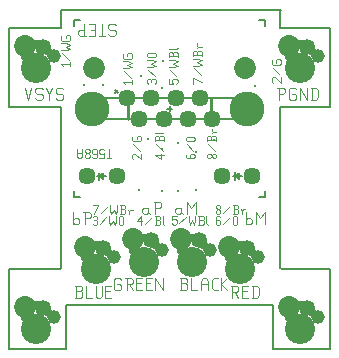
<source format=gbr>
G04 This is an RS-274x file exported by *
G04 gerbv version 2.7.0 *
G04 More information is available about gerbv at *
G04 http://gerbv.geda-project.org/ *
G04 --End of header info--*
%MOIN*%
%FSLAX36Y36*%
%IPPOS*%
G04 --Define apertures--*
%ADD10C,0.0060*%
%ADD11C,0.0030*%
%ADD12C,0.0040*%
%ADD13C,0.0250*%
%ADD14C,0.0100*%
%ADD15C,0.1005*%
%ADD16C,0.0729*%
%ADD17C,0.0532*%
%ADD18C,0.0454*%
%ADD19C,0.1162*%
%ADD20C,0.0572*%
%ADD21C,0.0790*%
%ADD22C,0.0490*%
%ADD23C,0.0300*%
%ADD24C,0.0200*%
%ADD25C,0.0510*%
%ADD26C,0.0940*%
%ADD27C,0.0350*%
%ADD28C,0.0130*%
G04 --Start main section--*
G54D10*
G01X0512040Y0980430D02*
G01X0496290Y0964690D01*
G01X0512040Y0964690D02*
G01X0496290Y0980430D01*
G54D11*
G01X0653430Y0578220D02*
G01X0668430Y0578220D01*
G01X0653430Y0578220D02*
G01X0653430Y0563220D01*
G01X0653430Y0563220D02*
G01X0657180Y0566970D01*
G01X0657180Y0566970D02*
G01X0664680Y0566970D01*
G01X0664680Y0566970D02*
G01X0668430Y0563220D01*
G01X0668430Y0563220D02*
G01X0668430Y0551970D01*
G01X0664680Y0548220D02*
G01X0668430Y0551970D01*
G01X0657180Y0548220D02*
G01X0664680Y0548220D01*
G01X0653430Y0551970D02*
G01X0657180Y0548220D01*
G01X0677430Y0551970D02*
G01X0699930Y0574470D01*
G01X0708930Y0578220D02*
G01X0708930Y0563220D01*
G01X0708930Y0563220D02*
G01X0712680Y0548220D01*
G01X0712680Y0548220D02*
G01X0720180Y0563220D01*
G01X0720180Y0563220D02*
G01X0727680Y0548220D01*
G01X0727680Y0548220D02*
G01X0731430Y0563220D01*
G01X0731430Y0578220D02*
G01X0731430Y0563220D01*
G01X0740430Y0548220D02*
G01X0755430Y0548220D01*
G01X0755430Y0548220D02*
G01X0759180Y0551970D01*
G01X0759180Y0560970D02*
G01X0759180Y0551970D01*
G01X0755430Y0564720D02*
G01X0759180Y0560970D01*
G01X0744180Y0564720D02*
G01X0755430Y0564720D01*
G01X0744180Y0578220D02*
G01X0744180Y0548220D01*
G01X0740430Y0578220D02*
G01X0755430Y0578220D01*
G01X0755430Y0578220D02*
G01X0759180Y0574470D01*
G01X0759180Y0574470D02*
G01X0759180Y0568470D01*
G01X0755430Y0564720D02*
G01X0759180Y0568470D01*
G01X0768180Y0578220D02*
G01X0768180Y0551970D01*
G01X0768180Y0551970D02*
G01X0771930Y0548220D01*
G54D12*
G01X0680000Y0605000D02*
G01X0685000Y0600000D01*
G01X0670000Y0605000D02*
G01X0680000Y0605000D01*
G01X0665000Y0600000D02*
G01X0670000Y0605000D01*
G01X0665000Y0600000D02*
G01X0665000Y0590000D01*
G01X0665000Y0590000D02*
G01X0670000Y0585000D01*
G01X0685000Y0605000D02*
G01X0685000Y0590000D01*
G01X0685000Y0590000D02*
G01X0690000Y0585000D01*
G01X0670000Y0585000D02*
G01X0680000Y0585000D01*
G01X0680000Y0585000D02*
G01X0685000Y0590000D01*
G01X0702000Y0625000D02*
G01X0702000Y0585000D01*
G01X0702000Y0625000D02*
G01X0717000Y0605000D01*
G01X0717000Y0605000D02*
G01X0732000Y0625000D01*
G01X0732000Y0625000D02*
G01X0732000Y0585000D01*
G54D11*
G01X0524080Y0766060D02*
G01X0520330Y0769810D01*
G01X0520330Y0781060D02*
G01X0520330Y0769810D01*
G01X0520330Y0781060D02*
G01X0524080Y0784810D01*
G01X0524080Y0784810D02*
G01X0531580Y0784810D01*
G01X0550330Y0766060D02*
G01X0531580Y0784810D01*
G01X0550330Y0784810D02*
G01X0550330Y0766060D01*
G01X0546580Y0793810D02*
G01X0524080Y0816310D01*
G01X0520330Y0840310D02*
G01X0524080Y0844060D01*
G01X0520330Y0840310D02*
G01X0520330Y0829060D01*
G01X0524080Y0825310D02*
G01X0520330Y0829060D01*
G01X0524080Y0825310D02*
G01X0546580Y0825310D01*
G01X0546580Y0825310D02*
G01X0550330Y0829060D01*
G01X0550330Y0840310D02*
G01X0550330Y0829060D01*
G01X0550330Y0840310D02*
G01X0546580Y0844060D01*
G01X0539080Y0844060D02*
G01X0546580Y0844060D01*
G01X0535330Y0840310D02*
G01X0539080Y0844060D01*
G01X0535330Y0840310D02*
G01X0535330Y0832810D01*
G01X0435430Y0771000D02*
G01X0450430Y0771000D01*
G01X0442930Y0801000D02*
G01X0442930Y0771000D01*
G01X0411430Y0771000D02*
G01X0426430Y0771000D01*
G01X0426430Y0786000D02*
G01X0426430Y0771000D01*
G01X0426430Y0786000D02*
G01X0422680Y0782250D01*
G01X0415180Y0782250D02*
G01X0422680Y0782250D01*
G01X0415180Y0782250D02*
G01X0411430Y0786000D01*
G01X0411430Y0797250D02*
G01X0411430Y0786000D01*
G01X0415180Y0801000D02*
G01X0411430Y0797250D01*
G01X0415180Y0801000D02*
G01X0422680Y0801000D01*
G01X0426430Y0797250D02*
G01X0422680Y0801000D01*
G01X0391180Y0771000D02*
G01X0387430Y0774750D01*
G01X0391180Y0771000D02*
G01X0398680Y0771000D01*
G01X0402430Y0774750D02*
G01X0398680Y0771000D01*
G01X0402430Y0797250D02*
G01X0402430Y0774750D01*
G01X0402430Y0797250D02*
G01X0398680Y0801000D01*
G01X0391180Y0784500D02*
G01X0387430Y0788250D01*
G01X0391180Y0784500D02*
G01X0402430Y0784500D01*
G01X0391180Y0801000D02*
G01X0398680Y0801000D01*
G01X0391180Y0801000D02*
G01X0387430Y0797250D01*
G01X0387430Y0797250D02*
G01X0387430Y0788250D01*
G01X0378430Y0797250D02*
G01X0374680Y0801000D01*
G01X0378430Y0797250D02*
G01X0378430Y0791250D01*
G01X0378430Y0791250D02*
G01X0373180Y0786000D01*
G01X0368680Y0786000D02*
G01X0373180Y0786000D01*
G01X0368680Y0786000D02*
G01X0363430Y0791250D01*
G01X0363430Y0797250D02*
G01X0363430Y0791250D01*
G01X0367180Y0801000D02*
G01X0363430Y0797250D01*
G01X0367180Y0801000D02*
G01X0374680Y0801000D01*
G01X0378430Y0780750D02*
G01X0373180Y0786000D01*
G01X0378430Y0780750D02*
G01X0378430Y0774750D01*
G01X0378430Y0774750D02*
G01X0374680Y0771000D01*
G01X0367180Y0771000D02*
G01X0374680Y0771000D01*
G01X0367180Y0771000D02*
G01X0363430Y0774750D01*
G01X0363430Y0780750D02*
G01X0363430Y0774750D01*
G01X0368680Y0786000D02*
G01X0363430Y0780750D01*
G01X0354430Y0801000D02*
G01X0354430Y0778500D01*
G01X0354430Y0778500D02*
G01X0349180Y0771000D01*
G01X0340930Y0771000D02*
G01X0349180Y0771000D01*
G01X0340930Y0771000D02*
G01X0335680Y0778500D01*
G01X0335680Y0801000D02*
G01X0335680Y0778500D01*
G01X0335680Y0786000D02*
G01X0354430Y0786000D01*
G01X0536060Y0559350D02*
G01X0551060Y0578100D01*
G01X0536060Y0559350D02*
G01X0554810Y0559350D01*
G01X0551060Y0578100D02*
G01X0551060Y0548100D01*
G01X0563810Y0551850D02*
G01X0586310Y0574350D01*
G01X0595310Y0548100D02*
G01X0610310Y0548100D01*
G01X0610310Y0548100D02*
G01X0614060Y0551850D01*
G01X0614060Y0560850D02*
G01X0614060Y0551850D01*
G01X0610310Y0564600D02*
G01X0614060Y0560850D01*
G01X0599060Y0564600D02*
G01X0610310Y0564600D01*
G01X0599060Y0578100D02*
G01X0599060Y0548100D01*
G01X0595310Y0578100D02*
G01X0610310Y0578100D01*
G01X0610310Y0578100D02*
G01X0614060Y0574350D01*
G01X0614060Y0574350D02*
G01X0614060Y0568350D01*
G01X0610310Y0564600D02*
G01X0614060Y0568350D01*
G01X0623060Y0578100D02*
G01X0623060Y0551850D01*
G01X0623060Y0551850D02*
G01X0626810Y0548100D01*
G54D12*
G01X0570000Y0605000D02*
G01X0575000Y0600000D01*
G01X0560000Y0605000D02*
G01X0570000Y0605000D01*
G01X0555000Y0600000D02*
G01X0560000Y0605000D01*
G01X0555000Y0600000D02*
G01X0555000Y0590000D01*
G01X0555000Y0590000D02*
G01X0560000Y0585000D01*
G01X0575000Y0605000D02*
G01X0575000Y0590000D01*
G01X0575000Y0590000D02*
G01X0580000Y0585000D01*
G01X0560000Y0585000D02*
G01X0570000Y0585000D01*
G01X0570000Y0585000D02*
G01X0575000Y0590000D01*
G01X0597000Y0625000D02*
G01X0597000Y0585000D01*
G01X0592000Y0625000D02*
G01X0612000Y0625000D01*
G01X0612000Y0625000D02*
G01X0617000Y0620000D01*
G01X0617000Y0620000D02*
G01X0617000Y0610000D01*
G01X0612000Y0605000D02*
G01X0617000Y0610000D01*
G01X0597000Y0605000D02*
G01X0612000Y0605000D01*
G01X0325000Y0590000D02*
G01X0325000Y0550000D01*
G01X0325000Y0555000D02*
G01X0330000Y0550000D01*
G01X0330000Y0550000D02*
G01X0340000Y0550000D01*
G01X0340000Y0550000D02*
G01X0345000Y0555000D01*
G01X0345000Y0565000D02*
G01X0345000Y0555000D01*
G01X0340000Y0570000D02*
G01X0345000Y0565000D01*
G01X0330000Y0570000D02*
G01X0340000Y0570000D01*
G01X0325000Y0565000D02*
G01X0330000Y0570000D01*
G01X0362000Y0590000D02*
G01X0362000Y0550000D01*
G01X0357000Y0590000D02*
G01X0377000Y0590000D01*
G01X0377000Y0590000D02*
G01X0382000Y0585000D01*
G01X0382000Y0585000D02*
G01X0382000Y0575000D01*
G01X0377000Y0570000D02*
G01X0382000Y0575000D01*
G01X0362000Y0570000D02*
G01X0377000Y0570000D01*
G54D11*
G01X0388430Y0572100D02*
G01X0392180Y0575850D01*
G01X0392180Y0575850D02*
G01X0399680Y0575850D01*
G01X0399680Y0575850D02*
G01X0403430Y0572100D01*
G01X0399680Y0545850D02*
G01X0403430Y0549600D01*
G01X0392180Y0545850D02*
G01X0399680Y0545850D01*
G01X0388430Y0549600D02*
G01X0392180Y0545850D01*
G01X0392180Y0562350D02*
G01X0399680Y0562350D01*
G01X0403430Y0572100D02*
G01X0403430Y0566100D01*
G01X0403430Y0558600D02*
G01X0403430Y0549600D01*
G01X0403430Y0558600D02*
G01X0399680Y0562350D01*
G01X0403430Y0566100D02*
G01X0399680Y0562350D01*
G01X0412430Y0549600D02*
G01X0434930Y0572100D01*
G01X0443930Y0575850D02*
G01X0443930Y0560850D01*
G01X0443930Y0560850D02*
G01X0447680Y0545850D01*
G01X0447680Y0545850D02*
G01X0455180Y0560850D01*
G01X0455180Y0560850D02*
G01X0462680Y0545850D01*
G01X0462680Y0545850D02*
G01X0466430Y0560850D01*
G01X0466430Y0575850D02*
G01X0466430Y0560850D01*
G01X0475430Y0572100D02*
G01X0475430Y0549600D01*
G01X0475430Y0572100D02*
G01X0479180Y0575850D01*
G01X0479180Y0575850D02*
G01X0486680Y0575850D01*
G01X0486680Y0575850D02*
G01X0490430Y0572100D01*
G01X0490430Y0572100D02*
G01X0490430Y0549600D01*
G01X0486680Y0545850D02*
G01X0490430Y0549600D01*
G01X0479180Y0545850D02*
G01X0486680Y0545850D01*
G01X0475430Y0549600D02*
G01X0479180Y0545850D01*
G01X0392180Y0582700D02*
G01X0407180Y0612700D01*
G01X0388430Y0612700D02*
G01X0407180Y0612700D01*
G01X0416180Y0586450D02*
G01X0438680Y0608950D01*
G01X0447680Y0612700D02*
G01X0447680Y0597700D01*
G01X0447680Y0597700D02*
G01X0451430Y0582700D01*
G01X0451430Y0582700D02*
G01X0458930Y0597700D01*
G01X0458930Y0597700D02*
G01X0466430Y0582700D01*
G01X0466430Y0582700D02*
G01X0470180Y0597700D01*
G01X0470180Y0612700D02*
G01X0470180Y0597700D01*
G01X0479180Y0582700D02*
G01X0494180Y0582700D01*
G01X0494180Y0582700D02*
G01X0497930Y0586450D01*
G01X0497930Y0595450D02*
G01X0497930Y0586450D01*
G01X0494180Y0599200D02*
G01X0497930Y0595450D01*
G01X0482930Y0599200D02*
G01X0494180Y0599200D01*
G01X0482930Y0612700D02*
G01X0482930Y0582700D01*
G01X0479180Y0612700D02*
G01X0494180Y0612700D01*
G01X0494180Y0612700D02*
G01X0497930Y0608950D01*
G01X0497930Y0608950D02*
G01X0497930Y0602950D01*
G01X0494180Y0599200D02*
G01X0497930Y0602950D01*
G01X0510680Y0593950D02*
G01X0510680Y0582700D01*
G01X0510680Y0593950D02*
G01X0514430Y0597700D01*
G01X0514430Y0597700D02*
G01X0521930Y0597700D01*
G01X0506930Y0597700D02*
G01X0510680Y0593950D01*
G54D12*
G01X0900000Y0590000D02*
G01X0900000Y0550000D01*
G01X0900000Y0555000D02*
G01X0905000Y0550000D01*
G01X0905000Y0550000D02*
G01X0915000Y0550000D01*
G01X0915000Y0550000D02*
G01X0920000Y0555000D01*
G01X0920000Y0565000D02*
G01X0920000Y0555000D01*
G01X0915000Y0570000D02*
G01X0920000Y0565000D01*
G01X0905000Y0570000D02*
G01X0915000Y0570000D01*
G01X0900000Y0565000D02*
G01X0905000Y0570000D01*
G01X0932000Y0590000D02*
G01X0932000Y0550000D01*
G01X0932000Y0590000D02*
G01X0947000Y0570000D01*
G01X0947000Y0570000D02*
G01X0962000Y0590000D01*
G01X0962000Y0590000D02*
G01X0962000Y0550000D01*
G54D11*
G01X0811250Y0576520D02*
G01X0815000Y0572770D01*
G01X0803750Y0576520D02*
G01X0811250Y0576520D01*
G01X0800000Y0572770D02*
G01X0803750Y0576520D01*
G01X0800000Y0572770D02*
G01X0800000Y0550270D01*
G01X0800000Y0550270D02*
G01X0803750Y0546520D01*
G01X0811250Y0563020D02*
G01X0815000Y0559270D01*
G01X0800000Y0563020D02*
G01X0811250Y0563020D01*
G01X0803750Y0546520D02*
G01X0811250Y0546520D01*
G01X0811250Y0546520D02*
G01X0815000Y0550270D01*
G01X0815000Y0559270D02*
G01X0815000Y0550270D01*
G01X0824000Y0550270D02*
G01X0846500Y0572770D01*
G01X0855500Y0572770D02*
G01X0855500Y0550270D01*
G01X0855500Y0572770D02*
G01X0859250Y0576520D01*
G01X0859250Y0576520D02*
G01X0866750Y0576520D01*
G01X0866750Y0576520D02*
G01X0870500Y0572770D01*
G01X0870500Y0572770D02*
G01X0870500Y0550270D01*
G01X0866750Y0546520D02*
G01X0870500Y0550270D01*
G01X0859250Y0546520D02*
G01X0866750Y0546520D01*
G01X0855500Y0550270D02*
G01X0859250Y0546520D01*
G01X0800000Y0587640D02*
G01X0803750Y0583890D01*
G01X0800000Y0593640D02*
G01X0800000Y0587640D01*
G01X0800000Y0593640D02*
G01X0805250Y0598890D01*
G01X0805250Y0598890D02*
G01X0809750Y0598890D01*
G01X0809750Y0598890D02*
G01X0815000Y0593640D01*
G01X0815000Y0593640D02*
G01X0815000Y0587640D01*
G01X0811250Y0583890D02*
G01X0815000Y0587640D01*
G01X0803750Y0583890D02*
G01X0811250Y0583890D01*
G01X0800000Y0604140D02*
G01X0805250Y0598890D01*
G01X0800000Y0610140D02*
G01X0800000Y0604140D01*
G01X0800000Y0610140D02*
G01X0803750Y0613890D01*
G01X0803750Y0613890D02*
G01X0811250Y0613890D01*
G01X0811250Y0613890D02*
G01X0815000Y0610140D01*
G01X0815000Y0610140D02*
G01X0815000Y0604140D01*
G01X0809750Y0598890D02*
G01X0815000Y0604140D01*
G01X0824000Y0587640D02*
G01X0846500Y0610140D01*
G01X0855500Y0583890D02*
G01X0870500Y0583890D01*
G01X0870500Y0583890D02*
G01X0874250Y0587640D01*
G01X0874250Y0596640D02*
G01X0874250Y0587640D01*
G01X0870500Y0600390D02*
G01X0874250Y0596640D01*
G01X0859250Y0600390D02*
G01X0870500Y0600390D01*
G01X0859250Y0613890D02*
G01X0859250Y0583890D01*
G01X0855500Y0613890D02*
G01X0870500Y0613890D01*
G01X0870500Y0613890D02*
G01X0874250Y0610140D01*
G01X0874250Y0610140D02*
G01X0874250Y0604140D01*
G01X0870500Y0600390D02*
G01X0874250Y0604140D01*
G01X0887000Y0595140D02*
G01X0887000Y0583890D01*
G01X0887000Y0595140D02*
G01X0890750Y0598890D01*
G01X0890750Y0598890D02*
G01X0898250Y0598890D01*
G01X0883250Y0598890D02*
G01X0887000Y0595140D01*
G01X0797360Y0770000D02*
G01X0801110Y0773750D01*
G01X0791360Y0770000D02*
G01X0797360Y0770000D01*
G01X0791360Y0770000D02*
G01X0786110Y0775250D01*
G01X0786110Y0779750D02*
G01X0786110Y0775250D01*
G01X0786110Y0779750D02*
G01X0791360Y0785000D01*
G01X0791360Y0785000D02*
G01X0797360Y0785000D01*
G01X0801110Y0781250D02*
G01X0797360Y0785000D01*
G01X0801110Y0781250D02*
G01X0801110Y0773750D01*
G01X0780860Y0770000D02*
G01X0786110Y0775250D01*
G01X0774860Y0770000D02*
G01X0780860Y0770000D01*
G01X0774860Y0770000D02*
G01X0771110Y0773750D01*
G01X0771110Y0781250D02*
G01X0771110Y0773750D01*
G01X0771110Y0781250D02*
G01X0774860Y0785000D01*
G01X0774860Y0785000D02*
G01X0780860Y0785000D01*
G01X0786110Y0779750D02*
G01X0780860Y0785000D01*
G01X0797360Y0794000D02*
G01X0774860Y0816500D01*
G01X0801110Y0840500D02*
G01X0801110Y0825500D01*
G01X0801110Y0840500D02*
G01X0797360Y0844250D01*
G01X0788360Y0844250D02*
G01X0797360Y0844250D01*
G01X0784610Y0840500D02*
G01X0788360Y0844250D01*
G01X0784610Y0840500D02*
G01X0784610Y0829250D01*
G01X0771110Y0829250D02*
G01X0801110Y0829250D01*
G01X0771110Y0840500D02*
G01X0771110Y0825500D01*
G01X0771110Y0840500D02*
G01X0774860Y0844250D01*
G01X0774860Y0844250D02*
G01X0780860Y0844250D01*
G01X0784610Y0840500D02*
G01X0780860Y0844250D01*
G01X0789860Y0857000D02*
G01X0801110Y0857000D01*
G01X0789860Y0857000D02*
G01X0786110Y0860750D01*
G01X0786110Y0868250D02*
G01X0786110Y0860750D01*
G01X0786110Y0853250D02*
G01X0789860Y0857000D01*
G01X0752300Y1022180D02*
G01X0722300Y1037180D01*
G01X0722300Y1037180D02*
G01X0722300Y1018430D01*
G01X0748550Y1046180D02*
G01X0726050Y1068680D01*
G01X0722300Y1077680D02*
G01X0737300Y1077680D01*
G01X0737300Y1077680D02*
G01X0752300Y1081430D01*
G01X0752300Y1081430D02*
G01X0737300Y1088930D01*
G01X0737300Y1088930D02*
G01X0752300Y1096430D01*
G01X0752300Y1096430D02*
G01X0737300Y1100180D01*
G01X0722300Y1100180D02*
G01X0737300Y1100180D01*
G01X0752300Y1124180D02*
G01X0752300Y1109180D01*
G01X0752300Y1124180D02*
G01X0748550Y1127930D01*
G01X0739550Y1127930D02*
G01X0748550Y1127930D01*
G01X0735800Y1124180D02*
G01X0739550Y1127930D01*
G01X0735800Y1124180D02*
G01X0735800Y1112930D01*
G01X0722300Y1112930D02*
G01X0752300Y1112930D01*
G01X0722300Y1124180D02*
G01X0722300Y1109180D01*
G01X0722300Y1124180D02*
G01X0726050Y1127930D01*
G01X0726050Y1127930D02*
G01X0732050Y1127930D01*
G01X0735800Y1124180D02*
G01X0732050Y1127930D01*
G01X0741050Y1140680D02*
G01X0752300Y1140680D01*
G01X0741050Y1140680D02*
G01X0737300Y1144430D01*
G01X0737300Y1151930D02*
G01X0737300Y1144430D01*
G01X0737300Y1136930D02*
G01X0741050Y1140680D01*
G01X0698480Y0781250D02*
G01X0702230Y0785000D01*
G01X0698480Y0781250D02*
G01X0698480Y0773750D01*
G01X0702230Y0770000D02*
G01X0698480Y0773750D01*
G01X0702230Y0770000D02*
G01X0724730Y0770000D01*
G01X0724730Y0770000D02*
G01X0728480Y0773750D01*
G01X0711980Y0781250D02*
G01X0715730Y0785000D01*
G01X0711980Y0781250D02*
G01X0711980Y0770000D01*
G01X0728480Y0781250D02*
G01X0728480Y0773750D01*
G01X0728480Y0781250D02*
G01X0724730Y0785000D01*
G01X0715730Y0785000D02*
G01X0724730Y0785000D01*
G01X0724730Y0794000D02*
G01X0702230Y0816500D01*
G01X0702230Y0825500D02*
G01X0724730Y0825500D01*
G01X0702230Y0825500D02*
G01X0698480Y0829250D01*
G01X0698480Y0836750D02*
G01X0698480Y0829250D01*
G01X0698480Y0836750D02*
G01X0702230Y0840500D01*
G01X0702230Y0840500D02*
G01X0724730Y0840500D01*
G01X0728480Y0836750D02*
G01X0724730Y0840500D01*
G01X0728480Y0836750D02*
G01X0728480Y0829250D01*
G01X0724730Y0825500D02*
G01X0728480Y0829250D01*
G01X0641780Y1033430D02*
G01X0641780Y1018430D01*
G01X0641780Y1018430D02*
G01X0656780Y1018430D01*
G01X0656780Y1018430D02*
G01X0653030Y1022180D01*
G01X0653030Y1029680D02*
G01X0653030Y1022180D01*
G01X0653030Y1029680D02*
G01X0656780Y1033430D01*
G01X0656780Y1033430D02*
G01X0668030Y1033430D01*
G01X0671780Y1029680D02*
G01X0668030Y1033430D01*
G01X0671780Y1029680D02*
G01X0671780Y1022180D01*
G01X0668030Y1018430D02*
G01X0671780Y1022180D01*
G01X0668030Y1042430D02*
G01X0645530Y1064930D01*
G01X0641780Y1073930D02*
G01X0656780Y1073930D01*
G01X0656780Y1073930D02*
G01X0671780Y1077680D01*
G01X0671780Y1077680D02*
G01X0656780Y1085180D01*
G01X0656780Y1085180D02*
G01X0671780Y1092680D01*
G01X0671780Y1092680D02*
G01X0656780Y1096430D01*
G01X0641780Y1096430D02*
G01X0656780Y1096430D01*
G01X0671780Y1120430D02*
G01X0671780Y1105430D01*
G01X0671780Y1120430D02*
G01X0668030Y1124180D01*
G01X0659030Y1124180D02*
G01X0668030Y1124180D01*
G01X0655280Y1120430D02*
G01X0659030Y1124180D01*
G01X0655280Y1120430D02*
G01X0655280Y1109180D01*
G01X0641780Y1109180D02*
G01X0671780Y1109180D01*
G01X0641780Y1120430D02*
G01X0641780Y1105430D01*
G01X0641780Y1120430D02*
G01X0645530Y1124180D01*
G01X0645530Y1124180D02*
G01X0651530Y1124180D01*
G01X0655280Y1120430D02*
G01X0651530Y1124180D01*
G01X0641780Y1133180D02*
G01X0668030Y1133180D01*
G01X0668030Y1133180D02*
G01X0671780Y1136930D01*
G01X0615650Y0766060D02*
G01X0596900Y0781060D01*
G01X0615650Y0784810D02*
G01X0615650Y0766060D01*
G01X0596900Y0781060D02*
G01X0626900Y0781060D01*
G01X0623150Y0793810D02*
G01X0600650Y0816310D01*
G01X0626900Y0840310D02*
G01X0626900Y0825310D01*
G01X0626900Y0840310D02*
G01X0623150Y0844060D01*
G01X0614150Y0844060D02*
G01X0623150Y0844060D01*
G01X0610400Y0840310D02*
G01X0614150Y0844060D01*
G01X0610400Y0840310D02*
G01X0610400Y0829060D01*
G01X0596900Y0829060D02*
G01X0626900Y0829060D01*
G01X0596900Y0840310D02*
G01X0596900Y0825310D01*
G01X0596900Y0840310D02*
G01X0600650Y0844060D01*
G01X0600650Y0844060D02*
G01X0606650Y0844060D01*
G01X0610400Y0840310D02*
G01X0606650Y0844060D01*
G01X0596900Y0853060D02*
G01X0623150Y0853060D01*
G01X0623150Y0853060D02*
G01X0626900Y0856810D01*
G01X0572900Y1018430D02*
G01X0569150Y1022180D01*
G01X0569150Y1029680D02*
G01X0569150Y1022180D01*
G01X0569150Y1029680D02*
G01X0572900Y1033430D01*
G01X0599150Y1029680D02*
G01X0595400Y1033430D01*
G01X0599150Y1029680D02*
G01X0599150Y1022180D01*
G01X0595400Y1018430D02*
G01X0599150Y1022180D01*
G01X0582650Y1029680D02*
G01X0582650Y1022180D01*
G01X0572900Y1033430D02*
G01X0578900Y1033430D01*
G01X0586400Y1033430D02*
G01X0595400Y1033430D01*
G01X0586400Y1033430D02*
G01X0582650Y1029680D01*
G01X0578900Y1033430D02*
G01X0582650Y1029680D01*
G01X0595400Y1042430D02*
G01X0572900Y1064930D01*
G01X0569150Y1073930D02*
G01X0584150Y1073930D01*
G01X0584150Y1073930D02*
G01X0599150Y1077680D01*
G01X0599150Y1077680D02*
G01X0584150Y1085180D01*
G01X0584150Y1085180D02*
G01X0599150Y1092680D01*
G01X0599150Y1092680D02*
G01X0584150Y1096430D01*
G01X0569150Y1096430D02*
G01X0584150Y1096430D01*
G01X0572900Y1105430D02*
G01X0595400Y1105430D01*
G01X0572900Y1105430D02*
G01X0569150Y1109180D01*
G01X0569150Y1116680D02*
G01X0569150Y1109180D01*
G01X0569150Y1116680D02*
G01X0572900Y1120430D01*
G01X0572900Y1120430D02*
G01X0595400Y1120430D01*
G01X0599150Y1116680D02*
G01X0595400Y1120430D01*
G01X0599150Y1116680D02*
G01X0599150Y1109180D01*
G01X0595400Y1105430D02*
G01X0599150Y1109180D01*
G01X0989080Y1021060D02*
G01X0985330Y1024810D01*
G01X0985330Y1036060D02*
G01X0985330Y1024810D01*
G01X0985330Y1036060D02*
G01X0989080Y1039810D01*
G01X0989080Y1039810D02*
G01X0996580Y1039810D01*
G01X1015330Y1021060D02*
G01X0996580Y1039810D01*
G01X1015330Y1039810D02*
G01X1015330Y1021060D01*
G01X1011580Y1048810D02*
G01X0989080Y1071310D01*
G01X0985330Y1095310D02*
G01X0989080Y1099060D01*
G01X0985330Y1095310D02*
G01X0985330Y1084060D01*
G01X0989080Y1080310D02*
G01X0985330Y1084060D01*
G01X0989080Y1080310D02*
G01X1011580Y1080310D01*
G01X1011580Y1080310D02*
G01X1015330Y1084060D01*
G01X1015330Y1095310D02*
G01X1015330Y1084060D01*
G01X1015330Y1095310D02*
G01X1011580Y1099060D01*
G01X1004080Y1099060D02*
G01X1011580Y1099060D01*
G01X1000330Y1095310D02*
G01X1004080Y1099060D01*
G01X1000330Y1095310D02*
G01X1000330Y1087810D01*
G01X0495620Y1017830D02*
G01X0489620Y1023830D01*
G01X0489620Y1023830D02*
G01X0519620Y1023830D01*
G01X0519620Y1029080D02*
G01X0519620Y1017830D01*
G01X0515870Y1038080D02*
G01X0493370Y1060580D01*
G01X0489620Y1069580D02*
G01X0504620Y1069580D01*
G01X0504620Y1069580D02*
G01X0519620Y1073330D01*
G01X0519620Y1073330D02*
G01X0504620Y1080830D01*
G01X0504620Y1080830D02*
G01X0519620Y1088330D01*
G01X0519620Y1088330D02*
G01X0504620Y1092080D01*
G01X0489620Y1092080D02*
G01X0504620Y1092080D01*
G01X0489620Y1116080D02*
G01X0493370Y1119830D01*
G01X0489620Y1116080D02*
G01X0489620Y1104830D01*
G01X0493370Y1101080D02*
G01X0489620Y1104830D01*
G01X0493370Y1101080D02*
G01X0515870Y1101080D01*
G01X0515870Y1101080D02*
G01X0519620Y1104830D01*
G01X0519620Y1116080D02*
G01X0519620Y1104830D01*
G01X0519620Y1116080D02*
G01X0515870Y1119830D01*
G01X0508370Y1119830D02*
G01X0515870Y1119830D01*
G01X0504620Y1116080D02*
G01X0508370Y1119830D01*
G01X0504620Y1116080D02*
G01X0504620Y1108580D01*
G01X0290620Y1077830D02*
G01X0284620Y1083830D01*
G01X0284620Y1083830D02*
G01X0314620Y1083830D01*
G01X0314620Y1089080D02*
G01X0314620Y1077830D01*
G01X0310870Y1098080D02*
G01X0288370Y1120580D01*
G01X0284620Y1129580D02*
G01X0299620Y1129580D01*
G01X0299620Y1129580D02*
G01X0314620Y1133330D01*
G01X0314620Y1133330D02*
G01X0299620Y1140830D01*
G01X0299620Y1140830D02*
G01X0314620Y1148330D01*
G01X0314620Y1148330D02*
G01X0299620Y1152080D01*
G01X0284620Y1152080D02*
G01X0299620Y1152080D01*
G01X0284620Y1176080D02*
G01X0288370Y1179830D01*
G01X0284620Y1176080D02*
G01X0284620Y1164830D01*
G01X0288370Y1161080D02*
G01X0284620Y1164830D01*
G01X0288370Y1161080D02*
G01X0310870Y1161080D01*
G01X0310870Y1161080D02*
G01X0314620Y1164830D01*
G01X0314620Y1176080D02*
G01X0314620Y1164830D01*
G01X0314620Y1176080D02*
G01X0310870Y1179830D01*
G01X0303370Y1179830D02*
G01X0310870Y1179830D01*
G01X0299620Y1176080D02*
G01X0303370Y1179830D01*
G01X0299620Y1176080D02*
G01X0299620Y1168580D01*
G54D13*
G01X1044570Y0274800D02*
G01X1044570Y0235430D01*
G01X1044570Y0235430D02*
G01X1080000Y0200000D01*
G01X1044570Y0280000D02*
G01X1094490Y0280000D01*
G01X1139060Y0239370D02*
G01X1135120Y0239370D01*
G01X1094490Y0280000D02*
G01X1135120Y0239370D01*
G01X0684570Y0499800D02*
G01X0684570Y0460430D01*
G01X0684570Y0460430D02*
G01X0720000Y0425000D01*
G01X0684570Y0505000D02*
G01X0734490Y0505000D01*
G01X0779060Y0464370D02*
G01X0775120Y0464370D01*
G01X0734490Y0505000D02*
G01X0775120Y0464370D01*
G01X0844570Y0474800D02*
G01X0844570Y0435430D01*
G01X0844570Y0435430D02*
G01X0880000Y0400000D01*
G01X0844570Y0480000D02*
G01X0894490Y0480000D01*
G01X0939060Y0439370D02*
G01X0935120Y0439370D01*
G01X0894490Y0480000D02*
G01X0935120Y0439370D01*
G01X0164570Y0274800D02*
G01X0164570Y0235430D01*
G01X0164570Y0235430D02*
G01X0200000Y0200000D01*
G01X0164570Y0280000D02*
G01X0214490Y0280000D01*
G01X0259060Y0239370D02*
G01X0255120Y0239370D01*
G01X0214490Y0280000D02*
G01X0255120Y0239370D01*
G01X0524570Y0499800D02*
G01X0524570Y0460430D01*
G01X0524570Y0460430D02*
G01X0560000Y0425000D01*
G01X0524570Y0505000D02*
G01X0574490Y0505000D01*
G01X0619060Y0464370D02*
G01X0615120Y0464370D01*
G01X0574490Y0505000D02*
G01X0615120Y0464370D01*
G01X0364570Y0474800D02*
G01X0364570Y0435430D01*
G01X0364570Y0435430D02*
G01X0400000Y0400000D01*
G01X0364570Y0480000D02*
G01X0414490Y0480000D01*
G01X0459060Y0439370D02*
G01X0455120Y0439370D01*
G01X0414490Y0480000D02*
G01X0455120Y0439370D01*
G01X1044570Y1144800D02*
G01X1044570Y1105430D01*
G01X1044570Y1105430D02*
G01X1080000Y1070000D01*
G01X1044570Y1150000D02*
G01X1094490Y1150000D01*
G01X1139060Y1109370D02*
G01X1135120Y1109370D01*
G01X1094490Y1150000D02*
G01X1135120Y1109370D01*
G01X0164570Y1144800D02*
G01X0164570Y1105430D01*
G01X0164570Y1105430D02*
G01X0200000Y1070000D01*
G01X0164570Y1150000D02*
G01X0214490Y1150000D01*
G01X0259060Y1109370D02*
G01X0255120Y1109370D01*
G01X0214490Y1150000D02*
G01X0255120Y1109370D01*
G54D10*
G01X0877440Y0710200D02*
G01X0885310Y0710200D01*
G01X0855790Y0710200D02*
G01X0863660Y0710200D01*
G01X0863660Y0722010D02*
G01X0863660Y0698390D01*
G01X0877440Y0720040D02*
G01X0877440Y0700350D01*
G01X0867600Y0710200D02*
G01X0877440Y0720040D01*
G01X0877440Y0700350D02*
G01X0867600Y0710200D01*
G01X0424490Y0699610D02*
G01X0414650Y0709450D01*
G01X0414650Y0709450D02*
G01X0424490Y0719290D01*
G01X0424490Y0719290D02*
G01X0424490Y0699610D01*
G01X0410710Y0721260D02*
G01X0410710Y0697640D01*
G01X0402830Y0709450D02*
G01X0410710Y0709450D01*
G01X0424490Y0709450D02*
G01X0432360Y0709450D01*
G54D14*
G01X0505390Y0970430D02*
G01X0505390Y0899570D01*
G01X0784920Y0970430D02*
G01X0784920Y0899570D01*
G54D10*
G01X0430590Y0970430D02*
G01X0861690Y0970430D01*
G01X0430590Y0899570D02*
G01X0861690Y0899570D01*
G01X0637280Y0935000D02*
G01X0653030Y0935000D01*
G01X0645160Y0942870D02*
G01X0645160Y0927130D01*
G01X0964060Y1230280D02*
G01X0964060Y1210590D01*
G01X0944370Y1230280D02*
G01X0964060Y1230280D01*
G01X0326260Y1230280D02*
G01X0326260Y1210590D01*
G01X0326260Y1230280D02*
G01X0345940Y1230280D01*
G01X0964060Y0659410D02*
G01X0964060Y0639720D01*
G01X0944370Y0639720D02*
G01X0964060Y0639720D01*
G01X0326260Y0659410D02*
G01X0326260Y0639720D01*
G01X0326260Y0639720D02*
G01X0345940Y0639720D01*
G01X0473900Y0986180D02*
G01X0464060Y0996020D01*
G01X0473900Y0996020D02*
G01X0464060Y0986180D01*
G54D12*
G01X0680000Y0330000D02*
G01X0700000Y0330000D01*
G01X0700000Y0330000D02*
G01X0705000Y0335000D01*
G01X0705000Y0347000D02*
G01X0705000Y0335000D01*
G01X0700000Y0352000D02*
G01X0705000Y0347000D01*
G01X0685000Y0352000D02*
G01X0700000Y0352000D01*
G01X0685000Y0370000D02*
G01X0685000Y0330000D01*
G01X0680000Y0370000D02*
G01X0700000Y0370000D01*
G01X0700000Y0370000D02*
G01X0705000Y0365000D01*
G01X0705000Y0365000D02*
G01X0705000Y0357000D01*
G01X0700000Y0352000D02*
G01X0705000Y0357000D01*
G01X0717000Y0370000D02*
G01X0717000Y0330000D01*
G01X0717000Y0330000D02*
G01X0737000Y0330000D01*
G01X0749000Y0360000D02*
G01X0749000Y0330000D01*
G01X0749000Y0360000D02*
G01X0756000Y0370000D01*
G01X0756000Y0370000D02*
G01X0767000Y0370000D01*
G01X0767000Y0370000D02*
G01X0774000Y0360000D01*
G01X0774000Y0360000D02*
G01X0774000Y0330000D01*
G01X0749000Y0350000D02*
G01X0774000Y0350000D01*
G01X0793000Y0330000D02*
G01X0806000Y0330000D01*
G01X0786000Y0337000D02*
G01X0793000Y0330000D01*
G01X0786000Y0363000D02*
G01X0786000Y0337000D01*
G01X0786000Y0363000D02*
G01X0793000Y0370000D01*
G01X0793000Y0370000D02*
G01X0806000Y0370000D01*
G01X0818000Y0370000D02*
G01X0818000Y0330000D01*
G01X0818000Y0350000D02*
G01X0838000Y0370000D01*
G01X0818000Y0350000D02*
G01X0838000Y0330000D01*
G01X0850000Y0345000D02*
G01X0870000Y0345000D01*
G01X0870000Y0345000D02*
G01X0875000Y0340000D01*
G01X0875000Y0340000D02*
G01X0875000Y0330000D01*
G01X0870000Y0325000D02*
G01X0875000Y0330000D01*
G01X0855000Y0325000D02*
G01X0870000Y0325000D01*
G01X0855000Y0345000D02*
G01X0855000Y0305000D01*
G01X0863000Y0325000D02*
G01X0875000Y0305000D01*
G01X0887000Y0327000D02*
G01X0902000Y0327000D01*
G01X0887000Y0305000D02*
G01X0907000Y0305000D01*
G01X0887000Y0345000D02*
G01X0887000Y0305000D01*
G01X0887000Y0345000D02*
G01X0907000Y0345000D01*
G01X0924000Y0345000D02*
G01X0924000Y0305000D01*
G01X0937000Y0345000D02*
G01X0944000Y0338000D01*
G01X0944000Y0338000D02*
G01X0944000Y0312000D01*
G01X0937000Y0305000D02*
G01X0944000Y0312000D01*
G01X0919000Y0305000D02*
G01X0937000Y0305000D01*
G01X0919000Y0345000D02*
G01X0937000Y0345000D01*
G01X0480000Y0370000D02*
G01X0485000Y0365000D01*
G01X0465000Y0370000D02*
G01X0480000Y0370000D01*
G01X0460000Y0365000D02*
G01X0465000Y0370000D01*
G01X0460000Y0365000D02*
G01X0460000Y0335000D01*
G01X0460000Y0335000D02*
G01X0465000Y0330000D01*
G01X0465000Y0330000D02*
G01X0480000Y0330000D01*
G01X0480000Y0330000D02*
G01X0485000Y0335000D01*
G01X0485000Y0345000D02*
G01X0485000Y0335000D01*
G01X0480000Y0350000D02*
G01X0485000Y0345000D01*
G01X0470000Y0350000D02*
G01X0480000Y0350000D01*
G01X0497000Y0370000D02*
G01X0517000Y0370000D01*
G01X0517000Y0370000D02*
G01X0522000Y0365000D01*
G01X0522000Y0365000D02*
G01X0522000Y0355000D01*
G01X0517000Y0350000D02*
G01X0522000Y0355000D01*
G01X0502000Y0350000D02*
G01X0517000Y0350000D01*
G01X0502000Y0370000D02*
G01X0502000Y0330000D01*
G01X0510000Y0350000D02*
G01X0522000Y0330000D01*
G01X0534000Y0352000D02*
G01X0549000Y0352000D01*
G01X0534000Y0330000D02*
G01X0554000Y0330000D01*
G01X0534000Y0370000D02*
G01X0534000Y0330000D01*
G01X0534000Y0370000D02*
G01X0554000Y0370000D01*
G01X0566000Y0352000D02*
G01X0581000Y0352000D01*
G01X0566000Y0330000D02*
G01X0586000Y0330000D01*
G01X0566000Y0370000D02*
G01X0566000Y0330000D01*
G01X0566000Y0370000D02*
G01X0586000Y0370000D01*
G01X0598000Y0370000D02*
G01X0598000Y0330000D01*
G01X0598000Y0370000D02*
G01X0623000Y0330000D01*
G01X0623000Y0370000D02*
G01X0623000Y0330000D01*
G01X0330000Y0305000D02*
G01X0350000Y0305000D01*
G01X0350000Y0305000D02*
G01X0355000Y0310000D01*
G01X0355000Y0322000D02*
G01X0355000Y0310000D01*
G01X0350000Y0327000D02*
G01X0355000Y0322000D01*
G01X0335000Y0327000D02*
G01X0350000Y0327000D01*
G01X0335000Y0345000D02*
G01X0335000Y0305000D01*
G01X0330000Y0345000D02*
G01X0350000Y0345000D01*
G01X0350000Y0345000D02*
G01X0355000Y0340000D01*
G01X0355000Y0340000D02*
G01X0355000Y0332000D01*
G01X0350000Y0327000D02*
G01X0355000Y0332000D01*
G01X0367000Y0345000D02*
G01X0367000Y0305000D01*
G01X0367000Y0305000D02*
G01X0387000Y0305000D01*
G01X0399000Y0345000D02*
G01X0399000Y0310000D01*
G01X0399000Y0310000D02*
G01X0404000Y0305000D01*
G01X0404000Y0305000D02*
G01X0414000Y0305000D01*
G01X0414000Y0305000D02*
G01X0419000Y0310000D01*
G01X0419000Y0345000D02*
G01X0419000Y0310000D01*
G01X0431000Y0327000D02*
G01X0446000Y0327000D01*
G01X0431000Y0305000D02*
G01X0451000Y0305000D01*
G01X0431000Y0345000D02*
G01X0431000Y0305000D01*
G01X0431000Y0345000D02*
G01X0451000Y0345000D01*
G01X0446360Y1177610D02*
G01X0441360Y1182610D01*
G01X0446360Y1177610D02*
G01X0461360Y1177610D01*
G01X0466360Y1182610D02*
G01X0461360Y1177610D01*
G01X0466360Y1192610D02*
G01X0466360Y1182610D01*
G01X0466360Y1192610D02*
G01X0461360Y1197610D01*
G01X0446360Y1197610D02*
G01X0461360Y1197610D01*
G01X0446360Y1197610D02*
G01X0441360Y1202610D01*
G01X0441360Y1212610D02*
G01X0441360Y1202610D01*
G01X0446360Y1217610D02*
G01X0441360Y1212610D01*
G01X0446360Y1217610D02*
G01X0461360Y1217610D01*
G01X0466360Y1212610D02*
G01X0461360Y1217610D01*
G01X0409360Y1177610D02*
G01X0429360Y1177610D01*
G01X0419360Y1217610D02*
G01X0419360Y1177610D01*
G01X0382360Y1195610D02*
G01X0397360Y1195610D01*
G01X0377360Y1217610D02*
G01X0397360Y1217610D01*
G01X0397360Y1217610D02*
G01X0397360Y1177610D01*
G01X0377360Y1177610D02*
G01X0397360Y1177610D01*
G01X0360360Y1217610D02*
G01X0360360Y1177610D01*
G01X0345360Y1177610D02*
G01X0365360Y1177610D01*
G01X0345360Y1177610D02*
G01X0340360Y1182610D01*
G01X0340360Y1192610D02*
G01X0340360Y1182610D01*
G01X0345360Y1197610D02*
G01X0340360Y1192610D01*
G01X0345360Y1197610D02*
G01X0360360Y1197610D01*
G01X1010000Y1005000D02*
G01X1010000Y0965000D01*
G01X1005000Y1005000D02*
G01X1025000Y1005000D01*
G01X1025000Y1005000D02*
G01X1030000Y1000000D01*
G01X1030000Y1000000D02*
G01X1030000Y0990000D01*
G01X1025000Y0985000D02*
G01X1030000Y0990000D01*
G01X1010000Y0985000D02*
G01X1025000Y0985000D01*
G01X1062000Y1005000D02*
G01X1067000Y1000000D01*
G01X1047000Y1005000D02*
G01X1062000Y1005000D01*
G01X1042000Y1000000D02*
G01X1047000Y1005000D01*
G01X1042000Y1000000D02*
G01X1042000Y0970000D01*
G01X1042000Y0970000D02*
G01X1047000Y0965000D01*
G01X1047000Y0965000D02*
G01X1062000Y0965000D01*
G01X1062000Y0965000D02*
G01X1067000Y0970000D01*
G01X1067000Y0980000D02*
G01X1067000Y0970000D01*
G01X1062000Y0985000D02*
G01X1067000Y0980000D01*
G01X1052000Y0985000D02*
G01X1062000Y0985000D01*
G01X1079000Y1005000D02*
G01X1079000Y0965000D01*
G01X1079000Y1005000D02*
G01X1104000Y0965000D01*
G01X1104000Y1005000D02*
G01X1104000Y0965000D01*
G01X1121000Y1005000D02*
G01X1121000Y0965000D01*
G01X1134000Y1005000D02*
G01X1141000Y0998000D01*
G01X1141000Y0998000D02*
G01X1141000Y0972000D01*
G01X1134000Y0965000D02*
G01X1141000Y0972000D01*
G01X1116000Y0965000D02*
G01X1134000Y0965000D01*
G01X1116000Y1005000D02*
G01X1134000Y1005000D01*
G01X0165000Y1005000D02*
G01X0175000Y0965000D01*
G01X0175000Y0965000D02*
G01X0185000Y1005000D01*
G01X0217000Y1005000D02*
G01X0222000Y1000000D01*
G01X0202000Y1005000D02*
G01X0217000Y1005000D01*
G01X0197000Y1000000D02*
G01X0202000Y1005000D01*
G01X0197000Y1000000D02*
G01X0197000Y0990000D01*
G01X0197000Y0990000D02*
G01X0202000Y0985000D01*
G01X0202000Y0985000D02*
G01X0217000Y0985000D01*
G01X0217000Y0985000D02*
G01X0222000Y0980000D01*
G01X0222000Y0980000D02*
G01X0222000Y0970000D01*
G01X0217000Y0965000D02*
G01X0222000Y0970000D01*
G01X0202000Y0965000D02*
G01X0217000Y0965000D01*
G01X0197000Y0970000D02*
G01X0202000Y0965000D01*
G01X0234000Y1005000D02*
G01X0244000Y0985000D01*
G01X0244000Y0985000D02*
G01X0254000Y1005000D01*
G01X0244000Y0985000D02*
G01X0244000Y0965000D01*
G01X0286000Y1005000D02*
G01X0291000Y1000000D01*
G01X0271000Y1005000D02*
G01X0286000Y1005000D01*
G01X0266000Y1000000D02*
G01X0271000Y1005000D01*
G01X0266000Y1000000D02*
G01X0266000Y0990000D01*
G01X0266000Y0990000D02*
G01X0271000Y0985000D01*
G01X0271000Y0985000D02*
G01X0286000Y0985000D01*
G01X0286000Y0985000D02*
G01X0291000Y0980000D01*
G01X0291000Y0980000D02*
G01X0291000Y0970000D01*
G01X0286000Y0965000D02*
G01X0291000Y0970000D01*
G01X0271000Y0965000D02*
G01X0286000Y0965000D01*
G01X0266000Y0970000D02*
G01X0271000Y0965000D01*
G01X0000000Y0000000D02*
G54D10*
G01X1015310Y1265000D02*
G01X0285000Y1265000D01*
G01X1015000Y1265000D02*
G01X1015000Y1205000D01*
G01X1015000Y1205000D02*
G01X1180000Y1205000D01*
G01X1015000Y0405000D02*
G01X1020000Y0400000D01*
G01X1020000Y0400000D02*
G01X1180000Y0400000D01*
G01X1180000Y0400000D02*
G01X1180000Y0135000D01*
G01X1015000Y0405000D02*
G01X1015000Y0940000D01*
G01X1180000Y1205000D02*
G01X1180000Y0940000D01*
G01X1180000Y0940000D02*
G01X1015000Y0940000D01*
G01X1180000Y0135000D02*
G01X0990000Y0135000D01*
G01X0280000Y0400000D02*
G01X0285000Y0405000D01*
G01X0280000Y0400000D02*
G01X0110000Y0400000D01*
G01X0110000Y0400000D02*
G01X0110000Y0135000D01*
G01X0110000Y0135000D02*
G01X0300000Y0135000D01*
G01X0300000Y0135000D02*
G01X0300000Y0280000D01*
G01X0990000Y0135000D02*
G01X0990000Y0280000D01*
G01X0990000Y0280000D02*
G01X0300000Y0280000D01*
G01X0285000Y1265000D02*
G01X0285000Y1205000D01*
G01X0110000Y1205000D02*
G01X0110000Y0940000D01*
G01X0110000Y0940000D02*
G01X0285000Y0940000D01*
G01X0285000Y0940000D02*
G01X0285000Y0405000D01*
G01X0110000Y1205000D02*
G01X0285000Y1205000D01*
G01X0000000Y0000000D02*
G54D15*
G01X1080000Y1070000D03*
G54D16*
G01X1044570Y1144800D03*
G54D17*
G01X1103620Y1140870D03*
G54D18*
G01X1139060Y1109370D03*
G54D16*
G01X0897130Y1070040D03*
G54D19*
G01X0905000Y0935000D03*
G54D15*
G01X1080000Y0200000D03*
G54D16*
G01X1044570Y0274800D03*
G54D17*
G01X1103620Y0270870D03*
G54D18*
G01X1139060Y0239370D03*
G54D17*
G01X0743620Y0495870D03*
G54D18*
G01X0779060Y0464370D03*
G54D16*
G01X0844570Y0474800D03*
G54D17*
G01X0903620Y0470870D03*
G54D20*
G01X0820350Y0710200D03*
G01X0920750Y0710200D03*
G54D15*
G01X0200000Y1070000D03*
G54D16*
G01X0164570Y1144800D03*
G54D17*
G01X0223620Y1140870D03*
G54D18*
G01X0259060Y1109370D03*
G54D16*
G01X0393190Y1070040D03*
G54D19*
G01X0385310Y0935000D03*
G54D20*
G01X0584920Y0970430D03*
G01X0504610Y0970430D03*
G01X0544760Y0899570D03*
G01X0665240Y0970430D03*
G01X0745550Y0970430D03*
G01X0625080Y0899570D03*
G01X0705390Y0899570D03*
G01X0785710Y0899570D03*
G54D15*
G01X0200000Y0200000D03*
G54D16*
G01X0164570Y0274800D03*
G54D17*
G01X0223620Y0270870D03*
G54D18*
G01X0259060Y0239370D03*
G54D15*
G01X0720000Y0425000D03*
G01X0880000Y0400000D03*
G54D18*
G01X0939060Y0439370D03*
G54D15*
G01X0560000Y0425000D03*
G01X0400000Y0400000D03*
G54D18*
G01X0459060Y0439370D03*
G54D16*
G01X0684570Y0499800D03*
G01X0524570Y0499800D03*
G54D17*
G01X0583620Y0495870D03*
G54D18*
G01X0619060Y0464370D03*
G54D16*
G01X0364570Y0474800D03*
G54D17*
G01X0423620Y0470870D03*
G54D20*
G01X0369570Y0710200D03*
G01X0469960Y0710200D03*
G01X0000000Y0000000D02*
G54D14*
G01X0550000Y1045000D03*
G01X0625000Y1095000D03*
G54D28*
G01X0360000Y1015000D03*
G01X0425000Y1015000D03*
G01X0545000Y0665000D03*
G01X0575000Y0835000D03*
G01X0620000Y1005000D03*
G01X0620000Y0800000D03*
G01X0620000Y0660000D03*
G01X0675000Y0820000D03*
G01X0675000Y0660000D03*
G01X0735000Y0790000D03*
G01X0735000Y0665000D03*
G01X0795000Y0830000D03*
G01X0930000Y1010000D03*
G54D24*
G01X0259100Y1109400D03*
G01X0259100Y0239400D03*
G01X0459100Y0439400D03*
G01X0619100Y0464400D03*
G01X0779100Y0464400D03*
G01X0939100Y0439400D03*
G01X1139100Y1109400D03*
G01X1139100Y0239400D03*
G54D23*
G01X0223600Y1140900D03*
G01X0223600Y0270900D03*
G01X0423600Y0470900D03*
G01X0583600Y0495900D03*
G01X0743600Y0495900D03*
G01X0903600Y0470900D03*
G01X1103600Y1140900D03*
G01X1103600Y0270900D03*
G54D27*
G01X0369600Y0710200D03*
G01X0470000Y0710200D03*
G01X0504600Y0970400D03*
G01X0544800Y0899600D03*
G01X0584900Y0970400D03*
G01X0625100Y0899600D03*
G01X0665200Y0970400D03*
G01X0705400Y0899600D03*
G01X0745600Y0970400D03*
G01X0785700Y0899600D03*
G01X0820400Y0710200D03*
G01X0920700Y0710200D03*
G54D22*
G01X0164600Y1144800D03*
G01X0164600Y0274800D03*
G01X0364600Y0474800D03*
G01X0524600Y0499800D03*
G01X0684600Y0499800D03*
G01X0844600Y0474800D03*
G01X1044600Y1144800D03*
G01X1044600Y0274800D03*
G54D25*
G01X0393200Y1070000D03*
G01X0897100Y1070000D03*
G54D21*
G01X0200000Y1070000D03*
G01X0200000Y0200000D03*
G01X0400000Y0400000D03*
G01X0560000Y0425000D03*
G01X0720000Y0425000D03*
G01X0880000Y0400000D03*
G01X1080000Y1070000D03*
G01X1080000Y0200000D03*
G54D26*
G01X0385300Y0935000D03*
G01X0905000Y0935000D03*
M02*

</source>
